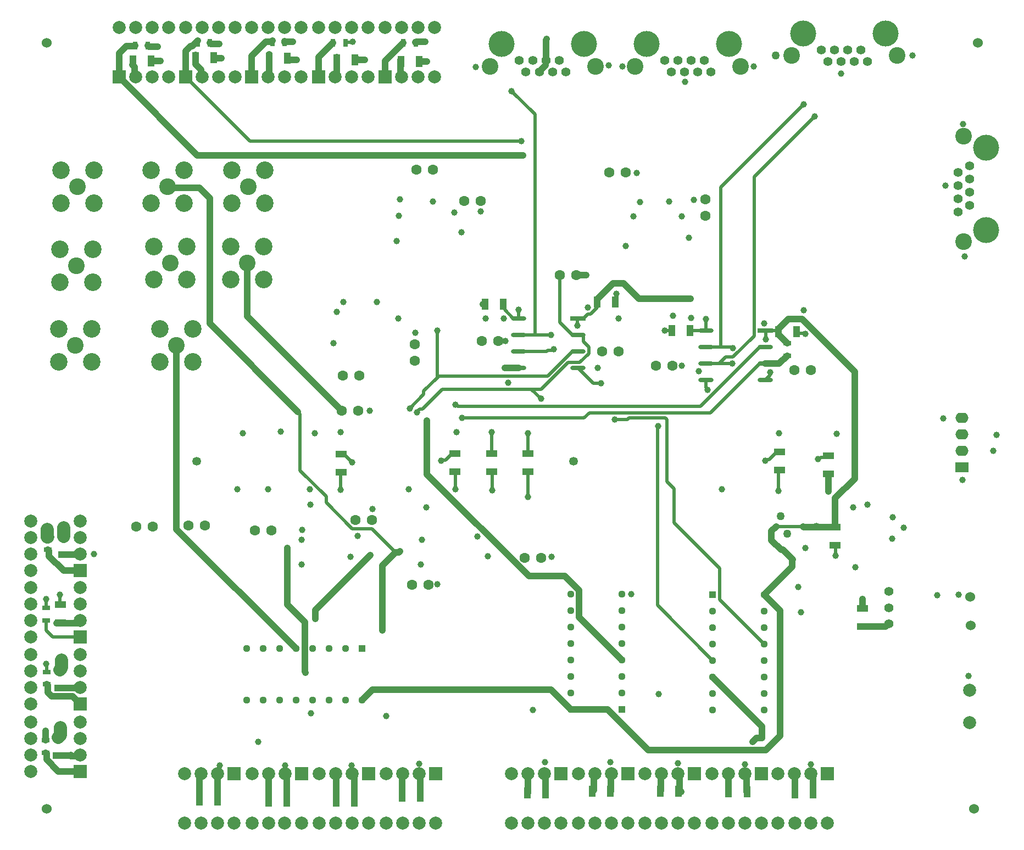
<source format=gbl>
G04*
G04 #@! TF.GenerationSoftware,Altium Limited,Altium Designer,20.1.8 (145)*
G04*
G04 Layer_Physical_Order=4*
G04 Layer_Color=16711680*
%FSLAX25Y25*%
%MOIN*%
G70*
G04*
G04 #@! TF.SameCoordinates,44B5AA11-E380-4430-9A95-22E2941CD606*
G04*
G04*
G04 #@! TF.FilePolarity,Positive*
G04*
G01*
G75*
%ADD13C,0.01968*%
%ADD21R,0.04016X0.07165*%
%ADD22R,0.07165X0.04016*%
%ADD25O,0.09252X0.02559*%
%ADD26R,0.09252X0.02559*%
%ADD27R,0.02756X0.05118*%
%ADD66C,0.03937*%
%ADD67C,0.07874*%
%ADD68C,0.07874*%
%ADD69R,0.07874X0.07874*%
%ADD70C,0.05512*%
%ADD71C,0.15748*%
%ADD72C,0.10118*%
%ADD73C,0.06299*%
%ADD74R,0.07874X0.07874*%
%ADD75C,0.06000*%
%ADD76R,0.04449X0.04449*%
%ADD77C,0.04449*%
%ADD78R,0.07874X0.06299*%
%ADD79O,0.07874X0.06299*%
%ADD80R,0.04449X0.04449*%
%ADD81C,0.05307*%
%ADD82C,0.00100*%
%ADD83C,0.10630*%
%ADD84C,0.03937*%
%ADD85C,0.05000*%
%ADD86R,0.05118X0.02756*%
D13*
X171866Y222595D02*
Y256874D01*
X170472Y258268D02*
X171866Y256874D01*
X102520Y461480D02*
X141500Y422500D01*
X306000D01*
X17913Y100591D02*
X18110Y100394D01*
X17913Y100591D02*
Y104921D01*
X17717Y105118D02*
X17913Y104921D01*
X17717Y139173D02*
Y144488D01*
Y125591D02*
Y131693D01*
Y125591D02*
X21866Y121441D01*
X38500D01*
X25984Y141732D02*
X26378Y141339D01*
X25984Y141732D02*
Y147244D01*
X199311Y482382D02*
X199508Y482579D01*
X203642D01*
X203839Y482776D01*
X496850Y170866D02*
Y176116D01*
X496849Y176117D02*
X496850Y176116D01*
X496849Y176117D02*
X496850Y176118D01*
X496849Y176119D02*
X496850Y176118D01*
X496849Y176119D02*
X496850Y176120D01*
X496062Y176909D02*
X496850Y176120D01*
X496062Y176909D02*
X496453Y177299D01*
X198425Y232677D02*
X203543Y227559D01*
X196850Y232677D02*
X198425D01*
X310047Y233260D02*
X310236Y233071D01*
X310047Y233260D02*
Y245278D01*
X288189Y233071D02*
Y246063D01*
X344117Y254547D02*
X347262Y257693D01*
X270000Y254547D02*
X344117D01*
X264173Y233071D02*
X265748D01*
X260082Y228980D02*
X264173Y233071D01*
X257720Y228980D02*
X260082D01*
X257343Y228603D02*
X257720Y228980D01*
X309842Y26772D02*
X309961Y26890D01*
Y38465D02*
X310079Y38583D01*
X349213Y27953D02*
X349921Y28661D01*
Y37874D02*
X350630Y38583D01*
X390551Y27953D02*
X390866Y28268D01*
Y38268D02*
X391181Y38583D01*
X431880Y27569D02*
X431890Y27559D01*
X431870Y38484D02*
X431880Y38474D01*
X471969Y26850D02*
X472047Y26772D01*
X471890Y38484D02*
X471969Y38405D01*
X461024Y233858D02*
X462598D01*
X456282Y229117D02*
X461024Y233858D01*
X454314Y229117D02*
X456282D01*
X453937Y228740D02*
X454314Y229117D01*
X491496Y230472D02*
X492520Y231496D01*
X487698Y230472D02*
X491496D01*
X486753Y229528D02*
X487698Y230472D01*
X486221Y229528D02*
X486753D01*
X340157Y310629D02*
Y314830D01*
X340622Y315295D01*
X363012Y325000D02*
X363475Y325463D01*
Y329504D01*
X363851Y329881D01*
X454035Y307500D02*
X461488D01*
X454000D02*
X454035D01*
X454331Y307205D01*
Y302362D02*
Y307205D01*
X447390Y400890D02*
X484000Y437500D01*
X434543Y291453D02*
X447390Y304300D01*
Y400890D01*
X426087Y287500D02*
X430039Y291453D01*
X427000Y297500D02*
Y394500D01*
X430039Y291453D02*
X434543D01*
X427000Y394500D02*
X477500Y445000D01*
X478045Y305955D02*
X478517Y305483D01*
X474035Y305955D02*
X478045D01*
X343969Y315295D02*
X346374Y317701D01*
X340622Y315295D02*
X343969D01*
X348201Y317701D02*
X352000Y321500D01*
X346374Y317701D02*
X348201D01*
X473012Y306979D02*
Y307000D01*
Y306979D02*
X474035Y305955D01*
X288189Y222047D02*
X288402Y221835D01*
Y210630D02*
Y221835D01*
X196514Y210961D02*
Y221318D01*
X196850Y221654D01*
X362874Y253740D02*
X370276D01*
X371260Y254724D01*
X388583Y249213D02*
X388976Y249606D01*
X388583Y140787D02*
Y249213D01*
Y140787D02*
X422165Y107205D01*
X393335Y254724D02*
X394488Y253571D01*
Y215769D02*
X398758Y211499D01*
X394488Y215769D02*
Y253571D01*
X371260Y254724D02*
X393335D01*
X187626Y203145D02*
X203385Y187386D01*
X187626Y203145D02*
Y206836D01*
X171866Y222595D02*
X187626Y206836D01*
X203385Y187386D02*
X215370D01*
X457086Y280586D02*
Y282283D01*
X454000Y277500D02*
X457086Y280586D01*
X310236Y206693D02*
Y222047D01*
X462205Y222441D02*
X462598Y222835D01*
X462205Y210236D02*
Y222441D01*
X304331Y315169D02*
Y320079D01*
Y315169D02*
X304500Y315000D01*
X265748Y222047D02*
X265953Y221843D01*
Y211107D02*
Y221843D01*
X215370Y187386D02*
X229724Y173031D01*
X242610Y258319D02*
X244291Y260000D01*
X246000D01*
X242610Y257830D02*
Y258319D01*
X238342Y260312D02*
X246860Y268829D01*
Y270860D01*
X255000Y279000D02*
Y307500D01*
X246860Y270860D02*
X255000Y279000D01*
X329528Y312453D02*
Y341339D01*
Y312453D02*
X336980Y305000D01*
X340327D01*
X314250D02*
X324000D01*
X460741Y188736D02*
X477091D01*
X418173Y307500D02*
Y314504D01*
X418110Y314567D02*
X418173Y314504D01*
X325030Y295608D02*
X325813Y296391D01*
X420847Y257693D02*
X450654Y287500D01*
X347262Y257693D02*
X420847D01*
X414653Y261500D02*
X450654Y297500D01*
X267533Y261500D02*
X414653D01*
X266047Y262453D02*
X266580D01*
X267533Y261500D01*
X398758Y190875D02*
X426374Y163258D01*
Y144256D02*
Y163258D01*
X398758Y190875D02*
Y211499D01*
X426374Y144256D02*
X453425Y117205D01*
X450654Y297500D02*
X454000D01*
X450654Y287500D02*
X454000D01*
X418173Y272860D02*
Y277500D01*
X419000Y271500D02*
Y272033D01*
X414987Y277500D02*
X418173D01*
X414714Y277227D02*
X414987Y277500D01*
X418173Y272860D02*
X419000Y272033D01*
X349827Y275500D02*
X354500D01*
X312205Y272047D02*
X318110Y266142D01*
X312205Y272047D02*
X318226D01*
X258047D02*
X312205D01*
X322075Y295608D02*
X325030D01*
X321467Y295000D02*
X322075Y295608D01*
X393000Y307500D02*
X397476D01*
X255000Y279000D02*
X255953Y279953D01*
X246000Y260000D02*
X258047Y272047D01*
X340327Y285000D02*
X349827Y275500D01*
X255953Y279953D02*
X321933D01*
X336980Y295000D01*
X318226Y272047D02*
X334442Y288264D01*
X304500Y305000D02*
X314250D01*
X300000Y453000D02*
X314250Y438750D01*
Y305000D02*
Y438750D01*
X340327Y305000D02*
X343509D01*
X346937Y293648D02*
Y297612D01*
X343509Y305000D02*
X343781Y304727D01*
X341553Y288264D02*
X346937Y293648D01*
X343781Y300768D02*
Y304727D01*
X334442Y288264D02*
X341553D01*
X343781Y300768D02*
X346937Y297612D01*
X336980Y295000D02*
X340327D01*
X304500D02*
X321467D01*
X301153Y315000D02*
X304500D01*
X296024Y320130D02*
X301153Y315000D01*
X296024Y320130D02*
Y322476D01*
X295000Y323500D02*
X296024Y322476D01*
X426087Y287500D02*
X434000D01*
X418173D02*
X426087D01*
X427000Y297500D02*
X433467D01*
X418173D02*
X427000D01*
X433967Y297000D02*
X434500D01*
X433467Y297500D02*
X433967Y297000D01*
X461488Y307500D02*
X461988Y307000D01*
X408500Y307500D02*
X418173D01*
X496453Y177299D02*
X497453Y176299D01*
D21*
X283976Y323500D02*
D03*
X295000D02*
D03*
X397476Y307500D02*
D03*
X408500D02*
D03*
X473012Y307000D02*
D03*
X461988D02*
D03*
X320866Y26772D02*
D03*
X309842D02*
D03*
X360236Y27953D02*
D03*
X349213D02*
D03*
X401575D02*
D03*
X390551D02*
D03*
X442913Y27559D02*
D03*
X431890D02*
D03*
X483071Y26772D02*
D03*
X472047D02*
D03*
X121653Y22441D02*
D03*
X110630D02*
D03*
X163779Y22047D02*
D03*
X152756D02*
D03*
X204724D02*
D03*
X193701D02*
D03*
X244882Y24803D02*
D03*
X233858D02*
D03*
X70472Y471260D02*
D03*
X81496D02*
D03*
X108268Y473228D02*
D03*
X119291D02*
D03*
X153150Y472835D02*
D03*
X164173D02*
D03*
X194095Y472047D02*
D03*
X205118D02*
D03*
X233071Y470866D02*
D03*
X244094D02*
D03*
X351988Y325000D02*
D03*
X363012D02*
D03*
D22*
X28346Y171653D02*
D03*
Y182677D02*
D03*
X26378Y130315D02*
D03*
Y141339D02*
D03*
X25984Y90551D02*
D03*
Y101575D02*
D03*
X25197Y49606D02*
D03*
Y60630D02*
D03*
X512992Y138976D02*
D03*
Y127953D02*
D03*
X496453Y177299D02*
D03*
Y188323D02*
D03*
X196850Y221654D02*
D03*
Y232677D02*
D03*
X462598Y222835D02*
D03*
Y233858D02*
D03*
X492520Y220472D02*
D03*
Y231496D02*
D03*
X310236Y233071D02*
D03*
Y222047D02*
D03*
X265748Y233071D02*
D03*
Y222047D02*
D03*
X288189Y233071D02*
D03*
Y222047D02*
D03*
D25*
X454000Y297500D02*
D03*
Y287500D02*
D03*
Y277500D02*
D03*
X418173Y307500D02*
D03*
Y297500D02*
D03*
Y287500D02*
D03*
Y277500D02*
D03*
X340327Y305000D02*
D03*
Y295000D02*
D03*
Y285000D02*
D03*
X304500Y315000D02*
D03*
Y305000D02*
D03*
Y295000D02*
D03*
Y285000D02*
D03*
D26*
X454000Y307500D02*
D03*
X340327Y315000D02*
D03*
D27*
X71850Y480709D02*
D03*
X79331D02*
D03*
X109646Y482283D02*
D03*
X117126D02*
D03*
X154921Y482677D02*
D03*
X162402D02*
D03*
X191831Y482382D02*
D03*
X199311D02*
D03*
X234449Y482283D02*
D03*
X241929D02*
D03*
D66*
X96850Y187008D02*
X169409Y114449D01*
X96850Y187008D02*
Y298425D01*
X163961Y141157D02*
X174602Y130516D01*
X163961Y141157D02*
Y175378D01*
X174602Y100594D02*
Y130516D01*
X181102Y137795D02*
X214567Y171260D01*
X181102Y132677D02*
Y137795D01*
X163961Y175378D02*
X164173Y175591D01*
X91339Y394882D02*
X92126Y394094D01*
X110630D01*
X116929Y311811D02*
Y387795D01*
X110630Y394094D02*
X116929Y387795D01*
Y311811D02*
X170472Y258268D01*
X62020Y461480D02*
X109500Y414000D01*
X307000D01*
X139764Y316378D02*
Y348425D01*
Y316378D02*
X197087Y259055D01*
X66535Y480315D02*
X71457D01*
X71850Y480709D01*
X62020Y475799D02*
X66535Y480315D01*
X62020Y461480D02*
Y475799D01*
X81496Y471260D02*
X87008D01*
X17323Y58858D02*
Y64567D01*
X80118Y479921D02*
X85433D01*
X79331Y480709D02*
X80118Y479921D01*
X117717Y481496D02*
X122835D01*
X117126Y482087D02*
X117717Y481496D01*
X119685Y472835D02*
X124016D01*
X119291Y473228D02*
X119685Y472835D01*
X244094Y470866D02*
X248819D01*
X242323Y483071D02*
X247638D01*
X241732Y482480D02*
X242323Y483071D01*
X206693Y472047D02*
X211024D01*
X205906Y472835D02*
X206693Y472047D01*
X183020Y461480D02*
Y473571D01*
X191831Y482382D01*
Y482382D01*
X164961Y472047D02*
X169685D01*
X164173Y472835D02*
X164961Y472047D01*
X162598Y483071D02*
X167323D01*
X162402Y483268D02*
X162598Y483071D01*
X477504Y188323D02*
X496453D01*
X324016Y89528D02*
X335945Y77598D01*
X215748Y89528D02*
X324016D01*
X335945Y77598D02*
X358558D01*
X512992Y127953D02*
X527133D01*
X528708Y129528D01*
X529134D01*
X512992Y138976D02*
Y144488D01*
X401934Y28890D02*
X403150Y27675D01*
X232677Y470866D02*
Y472047D01*
X24016Y129921D02*
X35915D01*
X32283Y90591D02*
X38358D01*
X32677Y49252D02*
X37866D01*
X28346Y171653D02*
X28386Y171693D01*
X38311D01*
X38520Y171902D01*
X38520Y161902D02*
X38520Y161902D01*
X28310Y161902D02*
X38520D01*
X19488Y170723D02*
X28310Y161902D01*
X282921Y323622D02*
X283858D01*
X282799Y323500D02*
X282921Y323622D01*
X282799Y323500D02*
X283976D01*
X110630Y22441D02*
Y36257D01*
X111890Y37517D01*
Y38583D01*
X152717Y22087D02*
X152756Y22047D01*
X152717Y22087D02*
Y38465D01*
X152598Y38583D02*
X152717Y38465D01*
X193661Y22087D02*
X193701Y22047D01*
X193661Y22087D02*
Y38228D01*
X193307Y38583D02*
X193661Y38228D01*
X233858Y24803D02*
X233898Y24843D01*
Y38386D01*
X234095Y38583D01*
X309961Y26890D02*
Y38465D01*
X349921Y28661D02*
Y37874D01*
X390866Y28268D02*
Y38268D01*
X431880Y27569D02*
Y38474D01*
X471969Y26850D02*
Y38405D01*
X241732Y482480D02*
X241929Y482283D01*
X205118Y472047D02*
X205906Y472835D01*
X162402Y482677D02*
Y483268D01*
X117126Y482087D02*
Y482283D01*
X32244Y49567D02*
X32677Y50000D01*
X25197Y49606D02*
X25236Y49567D01*
X32244D01*
X448826Y60233D02*
X451968D01*
Y67402D01*
X446520Y57926D02*
X448826Y60233D01*
X351988Y325000D02*
Y326575D01*
X361634Y336221D01*
X368110D01*
X377559Y326772D01*
X408661D01*
X461988Y307000D02*
Y308575D01*
X468017Y314604D01*
X476378D01*
X508303Y282679D01*
Y217626D02*
Y282679D01*
X496453Y188323D02*
Y205776D01*
X508303Y217626D01*
X209409Y83189D02*
X215748Y89528D01*
X454564Y52989D02*
X462992Y61417D01*
Y137638D01*
X358558Y77598D02*
X383167Y52989D01*
X454564D01*
X453425Y147205D02*
X462992Y137638D01*
X453425Y147205D02*
X470490Y164269D01*
Y168127D01*
X470866Y168504D01*
X106271Y480090D02*
X109646Y483465D01*
X102520Y461480D02*
Y477269D01*
X105341Y480090D01*
X106271D01*
X229724Y173031D02*
X231720D01*
X232283Y173594D01*
X248819Y220324D02*
Y252791D01*
X454000Y287500D02*
X462500D01*
X467323Y292323D01*
X248819Y220324D02*
X310693Y158450D01*
X332437D01*
X341138Y133665D02*
Y149749D01*
X332437Y158450D02*
X341138Y149749D01*
X492520Y209842D02*
Y220472D01*
X221654Y164961D02*
X229724Y173031D01*
X174602Y100594D02*
X175197Y100000D01*
X339528Y341339D02*
X345276D01*
X464772Y174598D02*
X470866Y168504D01*
X463591Y174598D02*
X464772D01*
X457874Y180315D02*
X463591Y174598D01*
X477091Y188736D02*
X477504Y188323D01*
X457874Y185869D02*
X460741Y188736D01*
X457874Y180315D02*
Y185869D01*
X462028Y305098D02*
X467323Y299803D01*
X462028Y305098D02*
Y306961D01*
X461988Y307000D02*
X462028Y306961D01*
X18898Y174606D02*
X19488Y174016D01*
Y170723D02*
Y174016D01*
X18110Y92913D02*
X18701Y92323D01*
Y88046D02*
Y92323D01*
Y88046D02*
X21172Y85575D01*
X33807D01*
X38575Y80807D01*
X17323Y51378D02*
X17913Y50787D01*
Y47101D02*
Y50787D01*
Y47101D02*
X25054Y39961D01*
X38575D01*
X223461Y461480D02*
X223488Y461508D01*
Y471323D01*
X234449Y482283D01*
X25984Y90551D02*
X26024Y90591D01*
X32244D02*
X32283Y90551D01*
X26024Y90591D02*
X32244D01*
X194095Y472047D02*
Y473622D01*
Y463621D02*
Y472047D01*
X27165Y171653D02*
X28346D01*
X232677Y470866D02*
X232716Y470827D01*
Y462224D02*
Y470827D01*
X70118Y468819D02*
X71266Y467671D01*
X108268Y473228D02*
Y474803D01*
Y469252D02*
Y473228D01*
X154921Y483465D02*
Y483465D01*
X154331Y482874D02*
X154921Y483465D01*
X151038Y482874D02*
X154331D01*
X142500Y474336D02*
X151038Y482874D01*
X142500Y461500D02*
Y474336D01*
X37866Y49252D02*
X38575Y49961D01*
X38358Y90591D02*
X38575Y90807D01*
X35915Y129921D02*
X37435Y131441D01*
X38500D01*
X71266Y462234D02*
Y467671D01*
Y462234D02*
X72020Y461480D01*
X108268Y469252D02*
X111766Y465753D01*
Y462234D02*
Y465753D01*
Y462234D02*
X112520Y461480D01*
X153110Y475157D02*
X153150Y475197D01*
X153110Y462110D02*
Y475157D01*
X152500Y461500D02*
X153110Y462110D01*
X193020Y462546D02*
X194095Y463621D01*
X193020Y461480D02*
Y462546D01*
X232716Y462224D02*
X233461Y461480D01*
X360236Y27953D02*
X360276Y27992D01*
Y38228D01*
X360630Y38583D01*
X403150Y27559D02*
Y27675D01*
X401934Y28890D02*
Y37829D01*
X401181Y38583D02*
X401934Y37829D01*
X401575Y27953D02*
X402756D01*
X403150Y27559D01*
X442874Y27598D02*
X442913Y27559D01*
X442874Y27598D02*
Y36415D01*
X441870Y37419D02*
X442874Y36415D01*
X441870Y37419D02*
Y38484D01*
X483049Y26794D02*
X483071Y26772D01*
X483049Y26794D02*
Y36260D01*
X481890Y37419D02*
X483049Y36260D01*
X481890Y37419D02*
Y38484D01*
X320827Y26811D02*
X320866Y26772D01*
X320827Y26811D02*
Y37835D01*
X320079Y38583D02*
X320827Y37835D01*
X244843Y24843D02*
X244882Y24803D01*
X244843Y24843D02*
Y37835D01*
X244094Y38583D02*
X244843Y37835D01*
X121653Y22441D02*
X121693Y22480D01*
Y38386D01*
X121890Y38583D01*
X163779Y22047D02*
Y36336D01*
X162598Y37517D02*
X163779Y36336D01*
X162598Y37517D02*
Y38583D01*
X204724Y22047D02*
Y36100D01*
X203307Y37517D02*
X204724Y36100D01*
X203307Y37517D02*
Y38583D01*
X341138Y133665D02*
X367205Y107598D01*
X422165Y97205D02*
X451968Y67402D01*
X221654Y125591D02*
Y164961D01*
X320953Y471508D02*
Y483953D01*
X321500Y484500D01*
X316937Y464500D02*
Y464926D01*
X320651Y468641D01*
X296000Y285000D02*
X304500D01*
D67*
X26378Y61811D02*
Y66535D01*
X25197Y60630D02*
X26378Y61811D01*
X27165Y102756D02*
Y107480D01*
X25984Y101575D02*
X27165Y102756D01*
X28346Y182677D02*
Y187795D01*
X18504Y182283D02*
Y187008D01*
Y182283D02*
X18701Y182087D01*
X18898D01*
D68*
X8500Y181882D02*
D03*
Y171941D02*
D03*
X8520Y191902D02*
D03*
Y161902D02*
D03*
X38520Y191902D02*
D03*
Y181902D02*
D03*
Y171902D02*
D03*
X577953Y69685D02*
D03*
Y89370D02*
D03*
X481890Y38484D02*
D03*
X471890D02*
D03*
X461890D02*
D03*
X491890Y8484D02*
D03*
X461890D02*
D03*
X481850Y8465D02*
D03*
X471910D02*
D03*
X431890D02*
D03*
X441831D02*
D03*
X421870Y8484D02*
D03*
X451870D02*
D03*
X421870Y38484D02*
D03*
X431870D02*
D03*
X441870D02*
D03*
X401181Y38583D02*
D03*
X391181D02*
D03*
X381181D02*
D03*
X411181Y8583D02*
D03*
X381181D02*
D03*
X401142Y8563D02*
D03*
X391201D02*
D03*
X350650D02*
D03*
X360591D02*
D03*
X340630Y8583D02*
D03*
X370630D02*
D03*
X340630Y38583D02*
D03*
X350630D02*
D03*
X360630D02*
D03*
X320079D02*
D03*
X310079D02*
D03*
X300079D02*
D03*
X330079Y8583D02*
D03*
X300079D02*
D03*
X320039Y8563D02*
D03*
X310098D02*
D03*
X111909D02*
D03*
X121850D02*
D03*
X101890Y8583D02*
D03*
X131890D02*
D03*
X101890Y38583D02*
D03*
X111890D02*
D03*
X121890D02*
D03*
X162598D02*
D03*
X152598D02*
D03*
X142598D02*
D03*
X172598Y8583D02*
D03*
X142598D02*
D03*
X162559Y8563D02*
D03*
X152618D02*
D03*
X193327D02*
D03*
X203268D02*
D03*
X183307Y8583D02*
D03*
X213307D02*
D03*
X183307Y38583D02*
D03*
X193307D02*
D03*
X203307D02*
D03*
X244094D02*
D03*
X234095D02*
D03*
X224095D02*
D03*
X254095Y8583D02*
D03*
X224095D02*
D03*
X244055Y8563D02*
D03*
X234114D02*
D03*
X243441Y491500D02*
D03*
X233500D02*
D03*
X253461Y491480D02*
D03*
X223461D02*
D03*
X253461Y461480D02*
D03*
X243461D02*
D03*
X233461D02*
D03*
X112520D02*
D03*
X122520D02*
D03*
X132520D02*
D03*
X102520Y491480D02*
D03*
X132520D02*
D03*
X112559Y491500D02*
D03*
X122500D02*
D03*
X162480Y491520D02*
D03*
X152539D02*
D03*
X172500Y491500D02*
D03*
X142500D02*
D03*
X172500Y461500D02*
D03*
X162500D02*
D03*
X152500D02*
D03*
X72020Y461480D02*
D03*
X82020D02*
D03*
X92020D02*
D03*
X62020Y491480D02*
D03*
X92020D02*
D03*
X72059Y491500D02*
D03*
X82000D02*
D03*
X203000D02*
D03*
X193059D02*
D03*
X213020Y491480D02*
D03*
X183020D02*
D03*
X213020Y461480D02*
D03*
X203020D02*
D03*
X193020D02*
D03*
X8555Y100787D02*
D03*
Y90847D02*
D03*
X8575Y110807D02*
D03*
Y80807D02*
D03*
X38575Y110807D02*
D03*
Y100807D02*
D03*
Y90807D02*
D03*
X38500Y131441D02*
D03*
Y141441D02*
D03*
Y151441D02*
D03*
X8500Y121441D02*
D03*
Y151441D02*
D03*
X8480Y131480D02*
D03*
Y141421D02*
D03*
X8555Y59941D02*
D03*
Y50000D02*
D03*
X8575Y69961D02*
D03*
Y39961D02*
D03*
X38575Y69961D02*
D03*
Y59961D02*
D03*
Y49961D02*
D03*
D69*
X38520Y161902D02*
D03*
X38575Y80807D02*
D03*
X38500Y121441D02*
D03*
X38575Y39961D02*
D03*
D70*
X421079Y464492D02*
D03*
X413047D02*
D03*
X405016D02*
D03*
X396984D02*
D03*
X417063Y471500D02*
D03*
X409031D02*
D03*
X401000D02*
D03*
X392969D02*
D03*
X333000Y464500D02*
D03*
X324969D02*
D03*
X316937D02*
D03*
X308906D02*
D03*
X328984Y471508D02*
D03*
X320953D02*
D03*
X312921D02*
D03*
X304890D02*
D03*
X570992Y379453D02*
D03*
Y387484D02*
D03*
Y395516D02*
D03*
Y403547D02*
D03*
X578000Y383469D02*
D03*
Y391500D02*
D03*
Y399532D02*
D03*
Y407563D02*
D03*
X516079Y470992D02*
D03*
X508047D02*
D03*
X500016D02*
D03*
X491984D02*
D03*
X512063Y478000D02*
D03*
X504032D02*
D03*
X496000D02*
D03*
X487968D02*
D03*
X529134Y129528D02*
D03*
Y139370D02*
D03*
Y149213D02*
D03*
D71*
X432063Y481500D02*
D03*
X382063D02*
D03*
X343984Y481508D02*
D03*
X293984D02*
D03*
X588000Y368468D02*
D03*
Y418469D02*
D03*
X527063Y488000D02*
D03*
X477063D02*
D03*
D72*
X439071Y467996D02*
D03*
X375055D02*
D03*
X350992Y468004D02*
D03*
X286976D02*
D03*
X574496Y361461D02*
D03*
Y425476D02*
D03*
X534071Y474496D02*
D03*
X470055D02*
D03*
X93071Y348661D02*
D03*
X140551Y394882D02*
D03*
X139764Y348425D02*
D03*
X36614Y394882D02*
D03*
X96850Y298425D02*
D03*
X35433D02*
D03*
X36063Y347008D02*
D03*
X91339Y394882D02*
D03*
D73*
X417717Y387402D02*
D03*
Y377402D02*
D03*
X397795Y286221D02*
D03*
X387795D02*
D03*
X154488Y186221D02*
D03*
X144488D02*
D03*
X215512Y192520D02*
D03*
X205512D02*
D03*
X207874Y280315D02*
D03*
X197874D02*
D03*
X249606Y153150D02*
D03*
X239606D02*
D03*
X481653Y283465D02*
D03*
X471654D02*
D03*
X365000Y295000D02*
D03*
X355000D02*
D03*
X207087Y259055D02*
D03*
X197087D02*
D03*
X241339Y299370D02*
D03*
Y289370D02*
D03*
X292126Y301181D02*
D03*
X282126D02*
D03*
X359291Y403543D02*
D03*
X369291D02*
D03*
X242362Y405118D02*
D03*
X252362D02*
D03*
X329528Y341339D02*
D03*
X339528D02*
D03*
X271260Y386221D02*
D03*
X281260D02*
D03*
X104173Y189370D02*
D03*
X114173D02*
D03*
X72284Y188583D02*
D03*
X82284D02*
D03*
X308110Y169685D02*
D03*
X318110D02*
D03*
D74*
X491890Y38484D02*
D03*
X451870D02*
D03*
X411181Y38583D02*
D03*
X370630D02*
D03*
X330079D02*
D03*
X131890D02*
D03*
X172598D02*
D03*
X213307D02*
D03*
X254095D02*
D03*
X223461Y461480D02*
D03*
X102520D02*
D03*
X142500Y461500D02*
D03*
X62020Y461480D02*
D03*
X183020D02*
D03*
D75*
X578346Y146063D02*
D03*
X578740Y128740D02*
D03*
X18087Y17400D02*
D03*
Y482400D02*
D03*
X583087D02*
D03*
X580587Y17400D02*
D03*
D76*
X209409Y114449D02*
D03*
D77*
X199409D02*
D03*
X189409D02*
D03*
X179409D02*
D03*
X169409D02*
D03*
X159409D02*
D03*
X149409D02*
D03*
X139409D02*
D03*
Y83189D02*
D03*
X149409D02*
D03*
X159409D02*
D03*
X169409D02*
D03*
X179409D02*
D03*
X189409D02*
D03*
X199409D02*
D03*
X209409D02*
D03*
X422165Y137205D02*
D03*
Y127205D02*
D03*
Y117205D02*
D03*
Y107205D02*
D03*
Y97205D02*
D03*
Y87205D02*
D03*
Y77205D02*
D03*
X453425D02*
D03*
Y87205D02*
D03*
Y97205D02*
D03*
Y107205D02*
D03*
Y117205D02*
D03*
Y127205D02*
D03*
Y137205D02*
D03*
Y147205D02*
D03*
X367205Y87598D02*
D03*
Y97598D02*
D03*
Y107598D02*
D03*
Y117598D02*
D03*
Y127598D02*
D03*
Y137598D02*
D03*
Y147598D02*
D03*
X335945D02*
D03*
Y137598D02*
D03*
Y127598D02*
D03*
Y117598D02*
D03*
Y107598D02*
D03*
Y97598D02*
D03*
Y87598D02*
D03*
Y77598D02*
D03*
D78*
X573551Y224449D02*
D03*
D79*
Y234449D02*
D03*
Y244449D02*
D03*
Y254449D02*
D03*
D80*
X422165Y147205D02*
D03*
X367205Y77598D02*
D03*
D81*
X337804Y228193D02*
D03*
X109063D02*
D03*
D82*
X502835Y234098D02*
D03*
X399685Y228193D02*
D03*
X328552Y234098D02*
D03*
X118315Y228193D02*
D03*
D83*
X83071Y338661D02*
D03*
X103071D02*
D03*
Y358661D02*
D03*
X83071D02*
D03*
X130551Y384882D02*
D03*
X150551D02*
D03*
Y404882D02*
D03*
X130551D02*
D03*
X129764Y338425D02*
D03*
X149764D02*
D03*
Y358425D02*
D03*
X129764D02*
D03*
X26614Y384882D02*
D03*
X46614D02*
D03*
Y404882D02*
D03*
X26614D02*
D03*
X86850Y288425D02*
D03*
X106850D02*
D03*
Y308425D02*
D03*
X86850D02*
D03*
X25433Y288425D02*
D03*
X45433D02*
D03*
Y308425D02*
D03*
X25433D02*
D03*
X26063Y337008D02*
D03*
X46063D02*
D03*
Y357008D02*
D03*
X26063D02*
D03*
X81339Y384882D02*
D03*
X101339D02*
D03*
Y404882D02*
D03*
X81339D02*
D03*
D84*
X558268Y146850D02*
D03*
X571260Y147244D02*
D03*
X194095Y318898D02*
D03*
X181102Y132677D02*
D03*
X237606Y211107D02*
D03*
X87008Y471260D02*
D03*
X17323Y64567D02*
D03*
X26378Y66535D02*
D03*
X17717Y105118D02*
D03*
X27165Y107480D02*
D03*
X17717Y144488D02*
D03*
X25984Y147244D02*
D03*
X28346Y187795D02*
D03*
X18504Y187008D02*
D03*
X85433Y479921D02*
D03*
X122835Y481496D02*
D03*
X124016Y472835D02*
D03*
X248819Y470866D02*
D03*
X247638Y483071D02*
D03*
X211024Y472047D02*
D03*
X203839Y482776D02*
D03*
X169685Y472047D02*
D03*
X167323Y483071D02*
D03*
X538189Y187795D02*
D03*
X531453Y194311D02*
D03*
X515993Y201820D02*
D03*
X496850Y170866D02*
D03*
X512992Y144488D02*
D03*
X594488Y244094D02*
D03*
X592520Y234646D02*
D03*
X203543Y227559D02*
D03*
X462247Y245317D02*
D03*
X257343Y228603D02*
D03*
X266756Y246063D02*
D03*
X310047Y245278D02*
D03*
X283858Y323622D02*
D03*
X284252Y314961D02*
D03*
X478346Y175591D02*
D03*
X196457Y246063D02*
D03*
X202362Y170079D02*
D03*
X453937Y228740D02*
D03*
X486221Y229528D02*
D03*
X497316Y244765D02*
D03*
X573622Y216929D02*
D03*
X530953Y181311D02*
D03*
X507480Y200394D02*
D03*
X172850Y180709D02*
D03*
X173228Y186614D02*
D03*
X206693Y183071D02*
D03*
X245669Y180709D02*
D03*
X279506Y182655D02*
D03*
X285827Y170472D02*
D03*
X288189Y246063D02*
D03*
X407874Y363779D02*
D03*
X403543Y376772D02*
D03*
X374016D02*
D03*
X377953Y385433D02*
D03*
X269685Y367323D02*
D03*
X265354Y379134D02*
D03*
X231890Y377165D02*
D03*
X232283Y387402D02*
D03*
X198031Y324803D02*
D03*
X231496Y314961D02*
D03*
X32677Y50000D02*
D03*
X446520Y57926D02*
D03*
X475591Y136614D02*
D03*
X340157Y310629D02*
D03*
X295276Y314961D02*
D03*
X324000Y305000D02*
D03*
X363851Y329881D02*
D03*
X365000Y315000D02*
D03*
X408661Y326772D02*
D03*
X409055Y315354D02*
D03*
X454331Y302362D02*
D03*
X477262Y319818D02*
D03*
X478517Y305483D02*
D03*
X312992Y77165D02*
D03*
X224016Y73622D02*
D03*
X474016Y151969D02*
D03*
X346457Y321654D02*
D03*
X389370Y87008D02*
D03*
X372835Y147638D02*
D03*
X398031Y316717D02*
D03*
X123013Y43523D02*
D03*
X146315Y57874D02*
D03*
X214567Y171260D02*
D03*
X232283Y173594D02*
D03*
X215748Y199213D02*
D03*
X288402Y210630D02*
D03*
X230500Y362000D02*
D03*
X192000Y300000D02*
D03*
X180812Y245382D02*
D03*
X196514Y210961D02*
D03*
X248819Y252791D02*
D03*
X270000Y254547D02*
D03*
X362874Y253740D02*
D03*
X388976Y249606D02*
D03*
X427638Y211107D02*
D03*
X136912Y245374D02*
D03*
X133669Y211107D02*
D03*
X160128Y246203D02*
D03*
X152567Y211107D02*
D03*
X177764D02*
D03*
X457086Y282283D02*
D03*
X413779Y283070D02*
D03*
X310236Y206693D02*
D03*
X462205Y210236D02*
D03*
X304331Y320079D02*
D03*
X265953Y211107D02*
D03*
X324410Y170079D02*
D03*
X492520Y209842D02*
D03*
X178347Y75197D02*
D03*
X175197Y100000D02*
D03*
X164173Y175591D02*
D03*
X177953Y201969D02*
D03*
X172850Y165500D02*
D03*
X255118Y153543D02*
D03*
X214173Y259055D02*
D03*
X242610Y257830D02*
D03*
X238342Y260312D02*
D03*
X296457Y301181D02*
D03*
X281496Y379921D02*
D03*
X410630Y387008D02*
D03*
X345276Y341339D02*
D03*
X403543Y286221D02*
D03*
X375984Y403150D02*
D03*
X241732Y306299D02*
D03*
X508661Y163779D02*
D03*
X470866Y168504D02*
D03*
X248425Y200394D02*
D03*
X244094Y44488D02*
D03*
X203150Y43701D02*
D03*
X218504Y324803D02*
D03*
X577559Y98032D02*
D03*
X418110Y314567D02*
D03*
X453543Y311748D02*
D03*
X562205Y254331D02*
D03*
X574000Y433000D02*
D03*
X395669Y385827D02*
D03*
X252362D02*
D03*
X481890Y44094D02*
D03*
X441732D02*
D03*
X401181Y44882D02*
D03*
X360236Y45669D02*
D03*
X320472D02*
D03*
X32283Y90551D02*
D03*
X46850Y172047D02*
D03*
X325813Y296391D02*
D03*
X419000Y271500D02*
D03*
X354500Y275500D02*
D03*
X352500Y285000D02*
D03*
X318110Y266142D02*
D03*
X266047Y262453D02*
D03*
X162598Y43701D02*
D03*
X221654Y125591D02*
D03*
X393000Y307500D02*
D03*
X307000Y414000D02*
D03*
X306000Y422500D02*
D03*
X369500Y359000D02*
D03*
X255000Y307500D02*
D03*
X245000Y165500D02*
D03*
X298000Y276000D02*
D03*
X278500Y467500D02*
D03*
X405500Y458500D02*
D03*
X447000Y468000D02*
D03*
X367500D02*
D03*
X359000Y468500D02*
D03*
X321500Y484500D02*
D03*
X300000Y453000D02*
D03*
X296000Y285000D02*
D03*
X484000Y437500D02*
D03*
X477500Y445000D02*
D03*
X543500Y474500D02*
D03*
X500000Y463500D02*
D03*
X563500Y395500D02*
D03*
X575000Y352500D02*
D03*
X434500Y297000D02*
D03*
X434000Y287500D02*
D03*
X484953Y188811D02*
D03*
D85*
X467323Y184252D02*
D03*
X463453Y194811D02*
D03*
X460500Y474500D02*
D03*
D86*
X17717Y139173D02*
D03*
Y131693D02*
D03*
X467323Y292323D02*
D03*
Y299803D02*
D03*
X18898Y174606D02*
D03*
Y182087D02*
D03*
X18110Y92913D02*
D03*
Y100394D02*
D03*
X17323Y51378D02*
D03*
Y58858D02*
D03*
M02*

</source>
